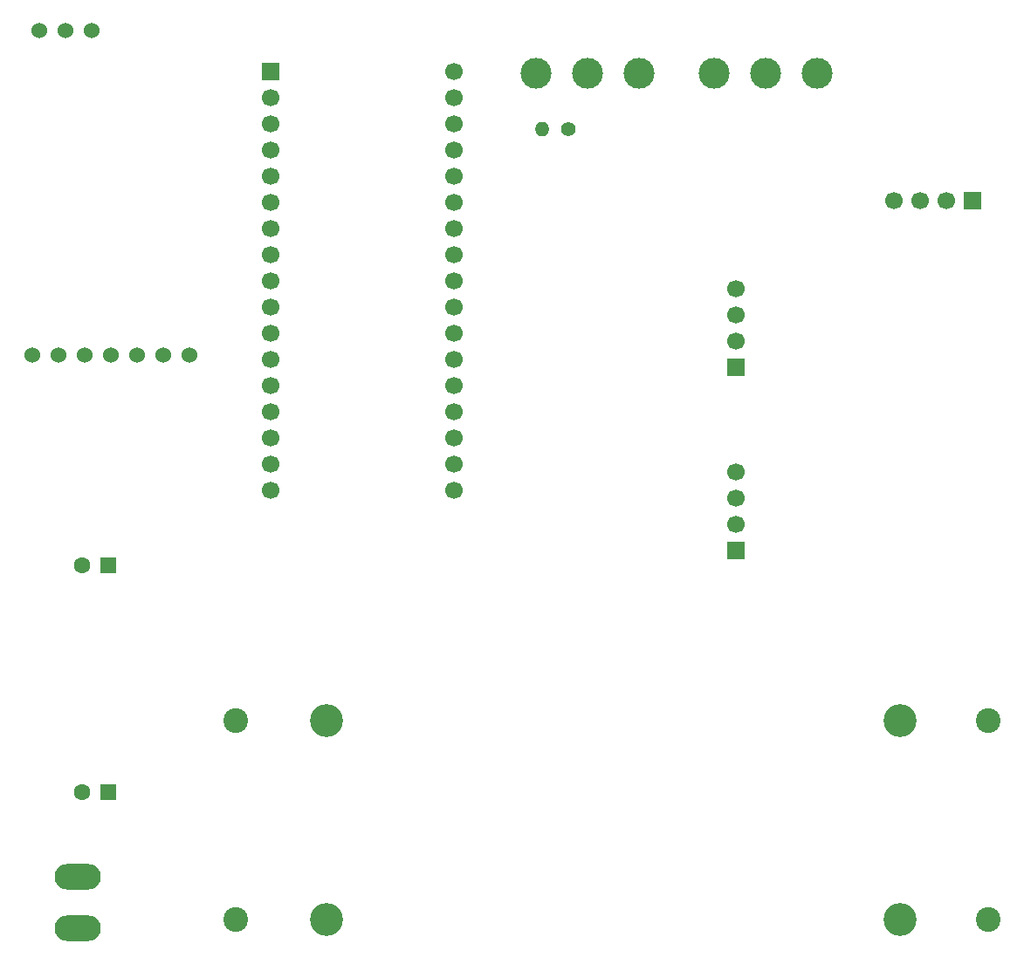
<source format=gbr>
%TF.GenerationSoftware,KiCad,Pcbnew,(6.0.8)*%
%TF.CreationDate,2022-10-31T22:25:17+07:00*%
%TF.ProjectId,stm32,73746d33-322e-46b6-9963-61645f706362,rev?*%
%TF.SameCoordinates,Original*%
%TF.FileFunction,Soldermask,Top*%
%TF.FilePolarity,Negative*%
%FSLAX46Y46*%
G04 Gerber Fmt 4.6, Leading zero omitted, Abs format (unit mm)*
G04 Created by KiCad (PCBNEW (6.0.8)) date 2022-10-31 22:25:17*
%MOMM*%
%LPD*%
G01*
G04 APERTURE LIST*
%ADD10C,1.600000*%
%ADD11R,1.600000X1.600000*%
%ADD12C,3.000000*%
%ADD13R,1.700000X1.700000*%
%ADD14C,1.700000*%
%ADD15O,4.500000X2.500000*%
%ADD16C,2.400000*%
%ADD17C,3.200000*%
%ADD18C,1.524000*%
%ADD19C,1.400000*%
%ADD20O,1.400000X1.400000*%
G04 APERTURE END LIST*
D10*
%TO.C,U10*%
X108966000Y-119712000D03*
D11*
X111506000Y-119712000D03*
D10*
X108966000Y-97712000D03*
D11*
X111506000Y-97712000D03*
%TD*%
D12*
%TO.C,U9*%
X170260000Y-49911000D03*
X175260000Y-49911000D03*
X180260000Y-49911000D03*
%TD*%
%TO.C,U8*%
X152988000Y-49911000D03*
X157988000Y-49911000D03*
X162988000Y-49911000D03*
%TD*%
D13*
%TO.C,U7*%
X195326000Y-62276000D03*
D14*
X192786000Y-62276000D03*
X190246000Y-62276000D03*
X187706000Y-62276000D03*
%TD*%
%TO.C,U6*%
X172420000Y-88646000D03*
X172420000Y-91186000D03*
X172420000Y-93726000D03*
D13*
X172420000Y-96266000D03*
%TD*%
D14*
%TO.C,U5*%
X172420000Y-70866000D03*
X172420000Y-73406000D03*
X172420000Y-75946000D03*
D13*
X172420000Y-78486000D03*
%TD*%
D15*
%TO.C,U4*%
X108585000Y-132888000D03*
X108585000Y-127888000D03*
%TD*%
D16*
%TO.C,U3*%
X123928000Y-112778000D03*
X196828000Y-112778000D03*
X196828000Y-132078000D03*
X123928000Y-132078000D03*
D17*
X132718000Y-132078000D03*
X132718000Y-112778000D03*
X188338000Y-132078000D03*
X188338000Y-112778000D03*
%TD*%
D14*
%TO.C,U2*%
X145034000Y-49792000D03*
D13*
X127254000Y-49792000D03*
D14*
X145034000Y-52332000D03*
X127254000Y-52332000D03*
X145034000Y-54872000D03*
X127254000Y-54872000D03*
X145034000Y-57412000D03*
X127254000Y-57412000D03*
X145034000Y-59952000D03*
X127254000Y-59952000D03*
X145034000Y-62492000D03*
X127254000Y-62492000D03*
X145034000Y-65032000D03*
X127254000Y-65032000D03*
X145034000Y-67572000D03*
X127254000Y-67572000D03*
X145034000Y-70112000D03*
X127254000Y-70112000D03*
X145034000Y-72652000D03*
X127254000Y-72652000D03*
X145034000Y-75192000D03*
X127254000Y-75192000D03*
X145034000Y-77732000D03*
X127254000Y-77732000D03*
X145034000Y-80272000D03*
X127254000Y-80272000D03*
X145034000Y-82812000D03*
X127254000Y-82812000D03*
X145034000Y-85352000D03*
X127254000Y-85352000D03*
X145034000Y-87892000D03*
X127254000Y-87892000D03*
X145034000Y-90432000D03*
X127254000Y-90432000D03*
%TD*%
D18*
%TO.C,U1*%
X104155000Y-77277000D03*
X106695000Y-77277000D03*
X109235000Y-77277000D03*
X111775000Y-77277000D03*
X114315000Y-77277000D03*
X116855000Y-77277000D03*
X119395000Y-77277000D03*
X109935000Y-45777000D03*
X107395000Y-45777000D03*
X104855000Y-45777000D03*
%TD*%
D19*
%TO.C,R1*%
X156160000Y-55372000D03*
D20*
X153620000Y-55372000D03*
%TD*%
M02*

</source>
